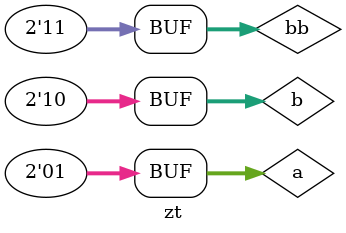
<source format=v>
`timescale 1ns / 1ps


module zt;

	// Inputs
	reg [1:0] a;
	reg [1:0] b;
	reg [1:0] bb;

	// Outputs
	wire [1:0] c;

	// Instantiate the Unit Under Test (UUT)
	z uut (
		.a(a), 
		.b(b), 
		.bb(bb), 
		.c(c)
	);

	initial begin
		$monitor($time,a,b,c);
		a = 1;
		b = 2;
		bb = 3;

		// Wait 100 ns for global reset to finish
		#100;
        
		// Add stimulus here

	end
      
endmodule


</source>
